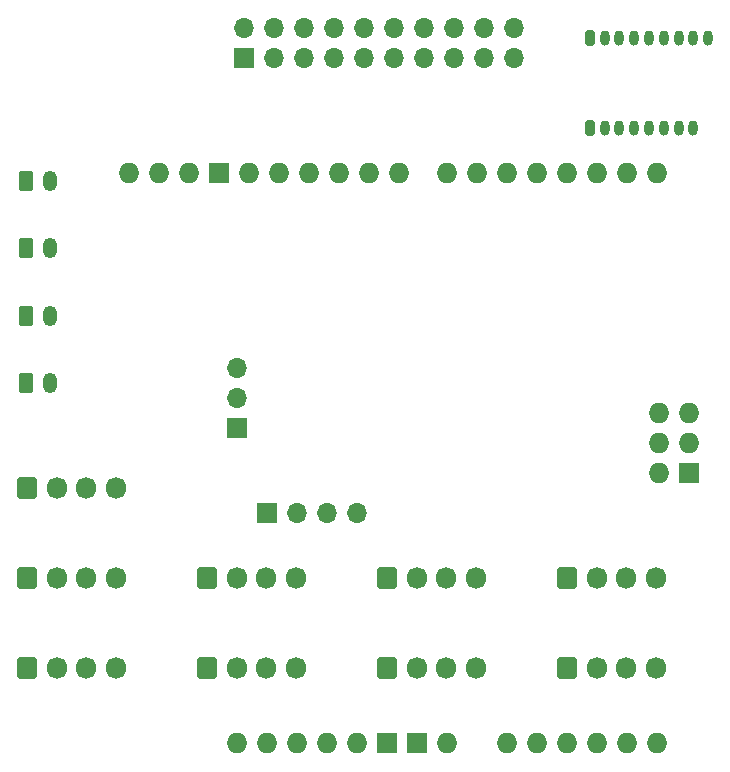
<source format=gbs>
G04 #@! TF.GenerationSoftware,KiCad,Pcbnew,7.0.5*
G04 #@! TF.CreationDate,2023-06-14T13:16:40+10:00*
G04 #@! TF.ProjectId,NUcr,4e556372-2e6b-4696-9361-645f70636258,rev?*
G04 #@! TF.SameCoordinates,Original*
G04 #@! TF.FileFunction,Soldermask,Bot*
G04 #@! TF.FilePolarity,Negative*
%FSLAX46Y46*%
G04 Gerber Fmt 4.6, Leading zero omitted, Abs format (unit mm)*
G04 Created by KiCad (PCBNEW 7.0.5) date 2023-06-14 13:16:40*
%MOMM*%
%LPD*%
G01*
G04 APERTURE LIST*
G04 Aperture macros list*
%AMRoundRect*
0 Rectangle with rounded corners*
0 $1 Rounding radius*
0 $2 $3 $4 $5 $6 $7 $8 $9 X,Y pos of 4 corners*
0 Add a 4 corners polygon primitive as box body*
4,1,4,$2,$3,$4,$5,$6,$7,$8,$9,$2,$3,0*
0 Add four circle primitives for the rounded corners*
1,1,$1+$1,$2,$3*
1,1,$1+$1,$4,$5*
1,1,$1+$1,$6,$7*
1,1,$1+$1,$8,$9*
0 Add four rect primitives between the rounded corners*
20,1,$1+$1,$2,$3,$4,$5,0*
20,1,$1+$1,$4,$5,$6,$7,0*
20,1,$1+$1,$6,$7,$8,$9,0*
20,1,$1+$1,$8,$9,$2,$3,0*%
G04 Aperture macros list end*
%ADD10RoundRect,0.250000X-0.600000X-0.675000X0.600000X-0.675000X0.600000X0.675000X-0.600000X0.675000X0*%
%ADD11O,1.700000X1.850000*%
%ADD12O,1.727200X1.727200*%
%ADD13R,1.727200X1.727200*%
%ADD14RoundRect,0.200000X-0.200000X-0.450000X0.200000X-0.450000X0.200000X0.450000X-0.200000X0.450000X0*%
%ADD15O,0.800000X1.300000*%
%ADD16RoundRect,0.250000X-0.350000X-0.625000X0.350000X-0.625000X0.350000X0.625000X-0.350000X0.625000X0*%
%ADD17O,1.200000X1.750000*%
%ADD18R,1.700000X1.700000*%
%ADD19O,1.700000X1.700000*%
G04 APERTURE END LIST*
D10*
X104140000Y-107950000D03*
D11*
X106640000Y-107950000D03*
X109140000Y-107950000D03*
X111640000Y-107950000D03*
D10*
X119380000Y-100330000D03*
D11*
X121880000Y-100330000D03*
X124380000Y-100330000D03*
X126880000Y-100330000D03*
D10*
X88900000Y-100330000D03*
D11*
X91400000Y-100330000D03*
X93900000Y-100330000D03*
X96400000Y-100330000D03*
D12*
X91440000Y-114300000D03*
X99060000Y-114300000D03*
X101600000Y-114300000D03*
X129667000Y-86360000D03*
X114300000Y-114300000D03*
X116840000Y-114300000D03*
X119380000Y-114300000D03*
X121920000Y-114300000D03*
X124460000Y-114300000D03*
X127000000Y-114300000D03*
X87376000Y-66040000D03*
X127000000Y-66040000D03*
X124460000Y-66040000D03*
X121920000Y-66040000D03*
X119380000Y-66040000D03*
X116840000Y-66040000D03*
X114300000Y-66040000D03*
X111760000Y-66040000D03*
X109220000Y-66040000D03*
X105156000Y-66040000D03*
X102616000Y-66040000D03*
X100076000Y-66040000D03*
X97536000Y-66040000D03*
X94996000Y-66040000D03*
X92456000Y-66040000D03*
D13*
X89916000Y-66040000D03*
X104140000Y-114300000D03*
X106680000Y-114300000D03*
X129667000Y-91440000D03*
D12*
X93980000Y-114300000D03*
X127127000Y-86360000D03*
X129667000Y-88900000D03*
X96520000Y-114300000D03*
X127127000Y-91440000D03*
X127127000Y-88900000D03*
X82296000Y-66040000D03*
X84836000Y-66040000D03*
X109220000Y-114300000D03*
D14*
X121285000Y-54610000D03*
D15*
X122535000Y-54610000D03*
X123785000Y-54610000D03*
X125035000Y-54610000D03*
X126285000Y-54610000D03*
X127535000Y-54610000D03*
X128785000Y-54610000D03*
X130035000Y-54610000D03*
X131285000Y-54610000D03*
D16*
X73565000Y-78105000D03*
D17*
X75565000Y-78105000D03*
D16*
X73565000Y-66675000D03*
D17*
X75565000Y-66675000D03*
D10*
X104140000Y-100330000D03*
D11*
X106640000Y-100330000D03*
X109140000Y-100330000D03*
X111640000Y-100330000D03*
D10*
X73660000Y-92710000D03*
D11*
X76160000Y-92710000D03*
X78660000Y-92710000D03*
X81160000Y-92710000D03*
D10*
X119380000Y-107950000D03*
D11*
X121880000Y-107950000D03*
X124380000Y-107950000D03*
X126880000Y-107950000D03*
D10*
X88900000Y-107950000D03*
D11*
X91400000Y-107950000D03*
X93900000Y-107950000D03*
X96400000Y-107950000D03*
D10*
X73660000Y-100330000D03*
D11*
X76160000Y-100330000D03*
X78660000Y-100330000D03*
X81160000Y-100330000D03*
D16*
X73565000Y-72390000D03*
D17*
X75565000Y-72390000D03*
D10*
X73660000Y-107950000D03*
D11*
X76160000Y-107950000D03*
X78660000Y-107950000D03*
X81160000Y-107950000D03*
D14*
X121285000Y-62230000D03*
D15*
X122535000Y-62230000D03*
X123785000Y-62230000D03*
X125035000Y-62230000D03*
X126285000Y-62230000D03*
X127535000Y-62230000D03*
X128785000Y-62230000D03*
X130035000Y-62230000D03*
D16*
X73565000Y-83820000D03*
D17*
X75565000Y-83820000D03*
D18*
X91980000Y-56290000D03*
D19*
X91980000Y-53750000D03*
X94520000Y-56290000D03*
X94520000Y-53750000D03*
X97060000Y-56290000D03*
X97060000Y-53750000D03*
X99600000Y-56290000D03*
X99600000Y-53750000D03*
X102140000Y-56290000D03*
X102140000Y-53750000D03*
X104680000Y-56290000D03*
X104680000Y-53750000D03*
X107220000Y-56290000D03*
X107220000Y-53750000D03*
X109760000Y-56290000D03*
X109760000Y-53750000D03*
X112300000Y-56290000D03*
X112300000Y-53750000D03*
X114840000Y-56290000D03*
X114840000Y-53750000D03*
D18*
X91440000Y-87630000D03*
D19*
X91440000Y-85090000D03*
X91440000Y-82550000D03*
D18*
X93980000Y-94803000D03*
D19*
X96520000Y-94803000D03*
X99060000Y-94803000D03*
X101600000Y-94803000D03*
M02*

</source>
